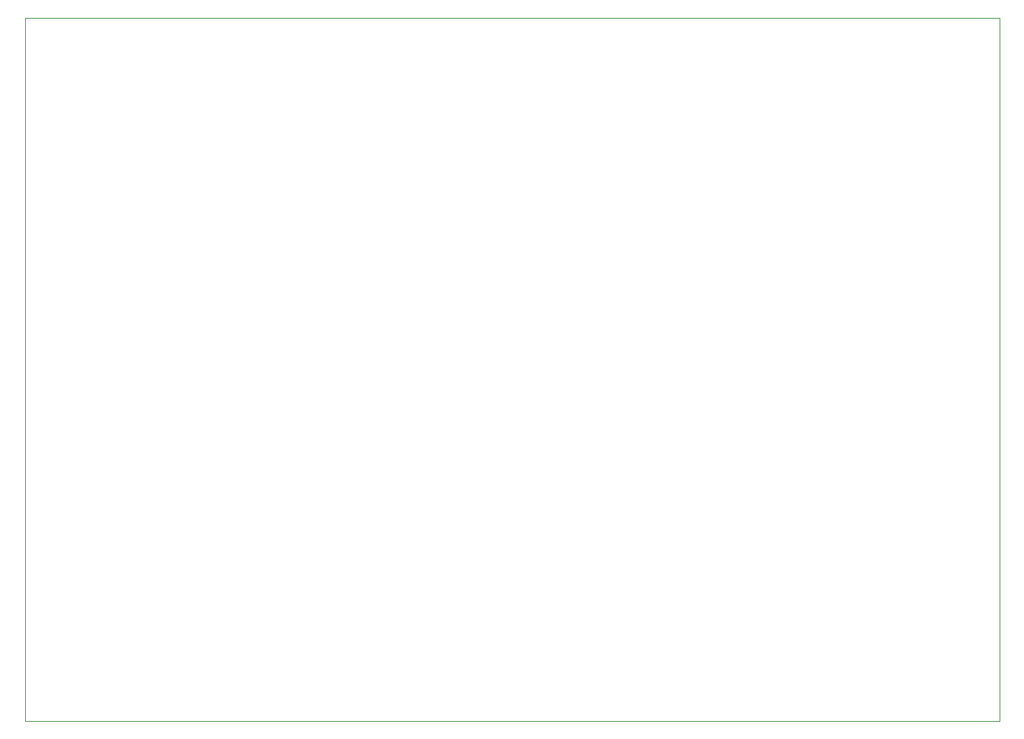
<source format=gm1>
%TF.GenerationSoftware,KiCad,Pcbnew,5.1.10-88a1d61d58~88~ubuntu20.04.1*%
%TF.CreationDate,2021-05-02T12:58:33-03:00*%
%TF.ProjectId,D3_Board,44335f42-6f61-4726-942e-6b696361645f,rev?*%
%TF.SameCoordinates,Original*%
%TF.FileFunction,Profile,NP*%
%FSLAX46Y46*%
G04 Gerber Fmt 4.6, Leading zero omitted, Abs format (unit mm)*
G04 Created by KiCad (PCBNEW 5.1.10-88a1d61d58~88~ubuntu20.04.1) date 2021-05-02 12:58:33*
%MOMM*%
%LPD*%
G01*
G04 APERTURE LIST*
%TA.AperFunction,Profile*%
%ADD10C,0.100000*%
%TD*%
G04 APERTURE END LIST*
D10*
X115000000Y0D02*
X115000000Y-83000000D01*
X0Y0D02*
X115000000Y0D01*
X0Y0D02*
X0Y-83000000D01*
X0Y-83000000D02*
X115000000Y-83000000D01*
M02*

</source>
